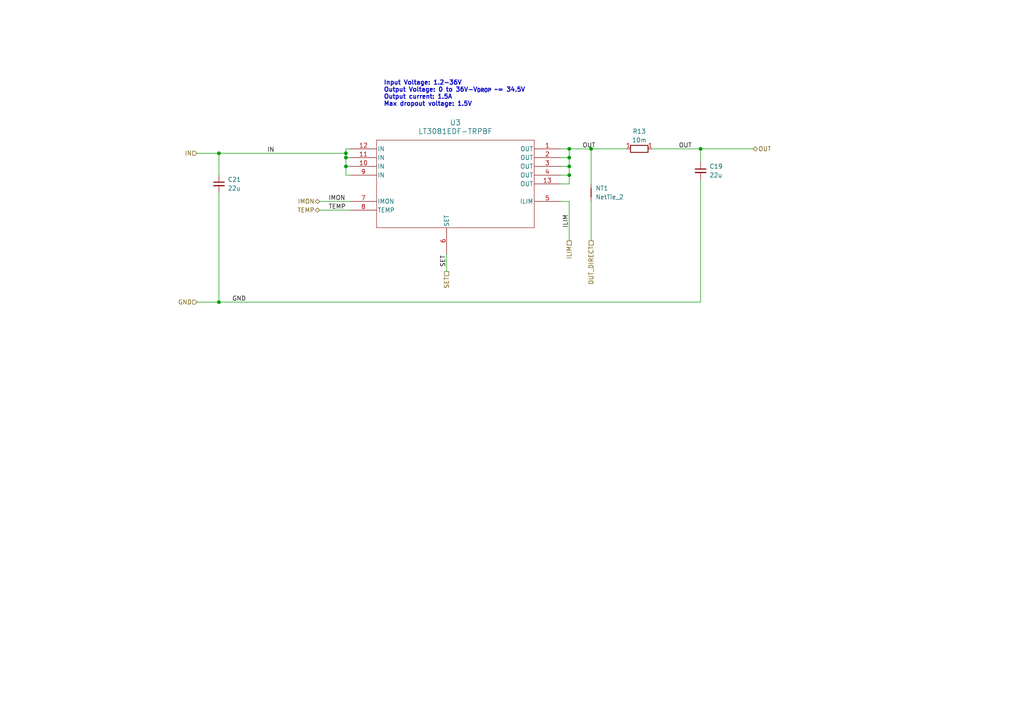
<source format=kicad_sch>
(kicad_sch (version 20250114) (generator "eeschema") (generator_version "9.0")
  (paper "A4")
  (lib_symbols
    (symbol "10mOhm_Resistor_1_1"
      (property "Reference" "R" (at -2.794 0 0))
      (property "Value" "10m" (at 0 0 0))
      (symbol "10mOhm_Resistor_1_1_0_1"
        (rectangle (start -1.016 -2.54) (end 1.016 2.54) (stroke (width 0.254)))
      )
      (symbol "10mOhm_Resistor_1_1_1_1"
        (pin passive line (at 0 3.81 270) (length 1.27) (name "~") (number "1"))
        (pin passive line (at 0 -3.81 90) (length 1.27) (name "~") (number "1"))
      )
    )
    (symbol "10mOhm_Resistor_1_1_1"
      (property "Reference" "R" (at -2.794 0 0))
      (property "Value" "10m" (at 0 0 0))
      (symbol "10mOhm_Resistor_1_1_1_0_1"
        (rectangle (start -1.016 -2.54) (end 1.016 2.54) (stroke (width 0.254)))
      )
      (symbol "10mOhm_Resistor_1_1_1_1_1"
        (pin passive line (at 0 3.81 270) (length 1.27) (name "~") (number "1"))
        (pin passive line (at 0 -3.81 90) (length 1.27) (name "~") (number "1"))
      )
    )
    (symbol "Library:C_Small" (pin_numbers (hide yes)) (pin_names (offset 0.254) (hide yes))
      (property "Reference" "C" (at 0.254 1.778 0))
      (property "Value" "C_Small" (at 0.254 -2.032 0))
      (symbol "C_Small_0_1"
        (polyline (pts (xy -1.524 0.508) (xy 1.524 0.508)) (stroke (width 0.3048)))
        (polyline (pts (xy -1.524 -0.508) (xy 1.524 -0.508)) (stroke (width 0.3302)))
      )
      (symbol "C_Small_1_1"
        (pin passive line (at 0 2.54 270) (length 2.032) (name "~") (number "1"))
        (pin passive line (at 0 -2.54 90) (length 2.032) (name "~") (number "2"))
      )
    )
    (symbol "Library:LT3081EDF-TRPBF" (pin_names (offset 0.254))
      (property "Reference" "U" (at 30.48 10.16 0))
      (property "Value" "LT3081EDF-TRPBF" (at 30.48 7.62 0))
      (symbol "LT3081EDF-TRPBF_0_1"
        (polyline (pts (xy 7.62 5.08) (xy 7.62 -20.32)) (stroke (width 0.127)))
        (polyline (pts (xy 7.62 -20.32) (xy 53.34 -20.32)) (stroke (width 0.127)))
        (polyline (pts (xy 53.34 5.08) (xy 7.62 5.08)) (stroke (width 0.127)))
        (polyline (pts (xy 53.34 -20.32) (xy 53.34 5.08)) (stroke (width 0.127)))
      )
      (symbol "LT3081EDF-TRPBF_1_1"
        (pin power_in line (at 0 2.54 0) (length 7.62) (name "IN") (number "12"))
        (pin power_in line (at 0 0 0) (length 7.62) (name "IN") (number "11"))
        (pin power_in line (at 0 -2.54 0) (length 7.62) (name "IN") (number "10"))
        (pin power_in line (at 0 -5.08 0) (length 7.62) (name "IN") (number "9"))
        (pin passive line (at 0 -12.7 0) (length 7.62) (name "IMON") (number "7"))
        (pin passive line (at 0 -15.24 0) (length 7.62) (name "TEMP") (number "8"))
        (pin passive line (at 27.94 -27.94 90) (length 7.62) (name "SET") (number "6"))
        (pin power_out line (at 60.96 2.54 180) (length 7.62) (name "OUT") (number "1"))
        (pin passive line (at 60.96 0 180) (length 7.62) (name "OUT") (number "2"))
        (pin passive line (at 60.96 -2.54 180) (length 7.62) (name "OUT") (number "3"))
        (pin passive line (at 60.96 -5.08 180) (length 7.62) (name "OUT") (number "4"))
        (pin passive line (at 60.96 -7.62 180) (length 7.62) (name "OUT") (number "13"))
        (pin passive line (at 60.96 -12.7 180) (length 7.62) (name "ILIM") (number "5"))
      )
    )
    (symbol "Library:NetTie_2" (pin_numbers (hide yes)) (pin_names (offset 0) (hide yes)) (in_bom no)
      (property "Reference" "NT" (at 0 1.27 0))
      (property "Value" "NetTie_2" (at 0 -1.27 0))
      (symbol "NetTie_2_0_1"
        (polyline (pts (xy -1.27 0) (xy 1.27 0)) (stroke (width 0.254)))
      )
      (symbol "NetTie_2_1_1"
        (pin passive line (at -2.54 0 0) (length 2.54) (name "1") (number "1"))
        (pin passive line (at 2.54 0 180) (length 2.54) (name "2") (number "2"))
      )
    )
  )
  (text "Input Voltage: 1.2-36V\nOutput Voltage: 0 to 36V-V_{DROP} ~= 34.5V\nOutput current: 1.5A\nMax dropout voltage: 1.5V" (at 111.252 27.178 0) (effects (font (size 1.27 1.27) (thickness 0.254) (bold yes)) (justify left)))
  (junction (at 100.33 48.26))
  (junction (at 63.5 44.45))
  (junction (at 165.1 50.8))
  (junction (at 100.33 44.45))
  (junction (at 203.2 43.18))
  (junction (at 165.1 48.26))
  (junction (at 100.33 45.72))
  (junction (at 165.1 45.72))
  (junction (at 165.1 43.18))
  (junction (at 63.5 87.63))
  (junction (at 171.45 43.18))
  (wire (pts (xy 63.5 55.88) (xy 63.5 87.63)))
  (wire (pts (xy 165.1 43.18) (xy 165.1 45.72)))
  (wire (pts (xy 100.33 45.72) (xy 100.33 44.45)))
  (wire (pts (xy 203.2 87.63) (xy 203.2 52.07)))
  (wire (pts (xy 171.45 43.18) (xy 181.61 43.18)))
  (wire (pts (xy 162.56 58.42) (xy 165.1 58.42)))
  (wire (pts (xy 101.6 50.8) (xy 100.33 50.8)))
  (wire (pts (xy 92.71 60.96) (xy 101.6 60.96)))
  (wire (pts (xy 165.1 53.34) (xy 162.56 53.34)))
  (wire (pts (xy 63.5 44.45) (xy 63.5 50.8)))
  (wire (pts (xy 162.56 48.26) (xy 165.1 48.26)))
  (wire (pts (xy 100.33 48.26) (xy 100.33 45.72)))
  (wire (pts (xy 165.1 58.42) (xy 165.1 69.85)))
  (wire (pts (xy 203.2 46.99) (xy 203.2 43.18)))
  (wire (pts (xy 171.45 43.18) (xy 171.45 53.34)))
  (wire (pts (xy 100.33 48.26) (xy 101.6 48.26)))
  (wire (pts (xy 165.1 45.72) (xy 165.1 48.26)))
  (wire (pts (xy 171.45 58.42) (xy 171.45 69.85)))
  (wire (pts (xy 165.1 48.26) (xy 165.1 50.8)))
  (wire (pts (xy 162.56 50.8) (xy 165.1 50.8)))
  (wire (pts (xy 203.2 43.18) (xy 218.44 43.18)))
  (wire (pts (xy 165.1 50.8) (xy 165.1 53.34)))
  (wire (pts (xy 189.23 43.18) (xy 203.2 43.18)))
  (wire (pts (xy 100.33 50.8) (xy 100.33 48.26)))
  (wire (pts (xy 171.45 43.18) (xy 165.1 43.18)))
  (wire (pts (xy 63.5 44.45) (xy 100.33 44.45)))
  (wire (pts (xy 162.56 43.18) (xy 165.1 43.18)))
  (wire (pts (xy 63.5 87.63) (xy 203.2 87.63)))
  (wire (pts (xy 92.71 58.42) (xy 101.6 58.42)))
  (wire (pts (xy 100.33 44.45) (xy 100.33 43.18)))
  (wire (pts (xy 63.5 87.63) (xy 57.15 87.63)))
  (wire (pts (xy 100.33 43.18) (xy 101.6 43.18)))
  (wire (pts (xy 57.15 44.45) (xy 63.5 44.45)))
  (wire (pts (xy 162.56 45.72) (xy 165.1 45.72)))
  (wire (pts (xy 129.54 73.66) (xy 129.54 78.74)))
  (wire (pts (xy 100.33 45.72) (xy 101.6 45.72)))
  (label "IMON" (at 95.25 58.42 0))
  (label "TEMP" (at 95.25 60.96 0))
  (label "IN" (at 77.47 44.45 0))
  (label "ILIM" (at 165.1 66.04 90))
  (label "GND" (at 67.31 87.63 0))
  (label "SET" (at 129.54 77.47 90))
  (label "OUT" (at 168.91 43.18 0))
  (label "OUT" (at 196.85 43.18 0))
  (hierarchical_label "ILIM" (shape passive) (at 165.1 69.85 270))
  (hierarchical_label "IMON" (shape bidirectional) (at 92.71 58.42 180))
  (hierarchical_label "GND" (shape input) (at 57.15 87.63 180))
  (hierarchical_label "TEMP" (shape bidirectional) (at 92.71 60.96 180))
  (hierarchical_label "OUT" (shape bidirectional) (at 218.44 43.18 0))
  (hierarchical_label "OUT_DIRECT" (shape passive) (at 171.45 69.85 270))
  (hierarchical_label "IN" (shape input) (at 57.15 44.45 180))
  (hierarchical_label "SET" (shape passive) (at 129.54 78.74 270))
  (symbol (lib_name "10mOhm_Resistor_1_1_1") (lib_id "Library:10mOhm_Resistor_1_1") (at 185.42 43.18 90) (unit 1)
    (property "Reference" "R34" (at 185.42 38.1 90))
    (property "Value" "10m" (at 185.42 40.64 90))
    (property "Footprint" "Library:10mOhm_pcb_resistor" (effects (hide yes)))
    (instances (project "PSB_V1" (path "" (reference "R13") (unit 1)) (path "" (reference "R21") (unit 1)) (path "" (reference "R34") (unit 1)) (path "" (reference "R35") (unit 1)) (path "" (reference "R23") (unit 1)) (path "" (reference "R22") (unit 1)) (path "" (reference "R12") (unit 1))))
  )
  (symbol (lib_id "Library:C_Small") (at 63.5 53.34 0) (unit 1)
    (property "Reference" "C66" (at 66.04 52.0762 0) (effects (justify left)))
    (property "Value" "22u" (at 66.04 54.6162 0) (effects (justify left)))
    (property "Footprint" "Library:C_1210_3225Metric" (effects (hide yes)))
    (property "Description" "Unpolarized capacitor, small symbol" (effects (hide yes)))
    (property "Digikey-Nr." "1276-3387-1-ND" (effects (hide yes)))
    (property "Manufacturer" "Samsung Electro-Mechanics" (effects (hide yes)))
    (property "Manufacturer Nr." "CL32B106KBJNNNE" (effects (hide yes)))
    (property "Mouser-Nr." "187-CL32B106KBJNNNE" (effects (hide yes)))
    (property "Manufacturer-Nr." "CL32B106KBJNNNE" (effects (hide yes)))
    (instances (project "PSB_V1" (path "" (reference "C21") (unit 1)) (path "" (reference "C65") (unit 1)) (path "" (reference "C66") (unit 1)) (path "" (reference "C64") (unit 1)) (path "" (reference "C43") (unit 1)) (path "" (reference "C44") (unit 1)) (path "" (reference "C22") (unit 1))))
  )
  (symbol (lib_id "Library:NetTie_2") (at 171.45 55.88 90) (unit 1) (in_bom no)
    (property "Reference" "NT4" (at 172.72 54.6099 90) (effects (justify right)))
    (property "Value" "NetTie_2" (at 172.72 57.1499 90) (effects (justify right)))
    (property "Footprint" "Library:NetTie-2_SMD_Pad0.5mm" (effects (hide yes)))
    (property "Description" "Net tie, 2 pins" (effects (hide yes)))
    (instances (project "PSB_V1" (path "" (reference "NT1") (unit 1)) (path "" (reference "NT2") (unit 1)) (path "" (reference "NT4") (unit 1)) (path "" (reference "NT7") (unit 1)) (path "" (reference "NT3") (unit 1)) (path "" (reference "NT6") (unit 1)) (path "" (reference "NT5") (unit 1))))
  )
  (symbol (lib_id "Library:LT3081EDF-TRPBF") (at 101.6 45.72 0) (unit 1)
    (property "Reference" "U12" (at 132.08 35.56 0) (effects (font (size 1.524 1.524))))
    (property "Value" "LT3081EDF-TRPBF" (at 132.08 38.1 0) (effects (font (size 1.524 1.524))))
    (property "Footprint" "Library:DFN-12_DF_LIT" (effects (hide yes)))
    (property "Datasheet" "https://www.analog.com/media/en/technical-documentation/data-sheets/3081fc.pdf" (effects (hide yes)))
    (property "Description" "Linear Voltage Regulator IC Positive Adjustable 1 Output 1.5A 12-DFN (4x4)" (effects (hide yes)))
    (property "Digikey-Nr." "LT3081EDF#TRPBFCT-ND" (effects (hide yes)))
    (property "Manufacturer" "Analog Devices Inc." (effects (hide yes)))
    (property "Manufacturer Nr." "LT3081EDF#TRPBF" (effects (hide yes)))
    (property "Mouser-Nr." "584-LT3081EDF#TRPBF" (effects (hide yes)))
    (property "Manufacturer-Nr." "LT3081EDF#TRPBF" (effects (hide yes)))
    (instances (project "PSB_V1" (path "" (reference "U3") (unit 1)) (path "" (reference "U7") (unit 1)) (path "" (reference "U12") (unit 1)) (path "" (reference "U11") (unit 1)) (path "" (reference "U5") (unit 1)) (path "" (reference "U6") (unit 1)) (path "" (reference "U2") (unit 1))))
  )
  (symbol (lib_id "Library:C_Small") (at 203.2 49.53 0) (unit 1)
    (property "Reference" "C61" (at 205.74 48.2662 0) (effects (justify left)))
    (property "Value" "22u" (at 205.74 50.8062 0) (effects (justify left)))
    (property "Footprint" "Library:C_1210_3225Metric" (effects (hide yes)))
    (property "Description" "Unpolarized capacitor, small symbol" (effects (hide yes)))
    (property "Digikey-Nr." "1276-3387-1-ND" (effects (hide yes)))
    (property "Manufacturer" "Samsung Electro-Mechanics" (effects (hide yes)))
    (property "Manufacturer Nr." "CL32B106KBJNNNE" (effects (hide yes)))
    (property "Mouser-Nr." "187-CL32B106KBJNNNE" (effects (hide yes)))
    (property "Manufacturer-Nr." "CL32B106KBJNNNE" (effects (hide yes)))
    (instances (project "PSB_V1" (path "" (reference "C19") (unit 1)) (path "" (reference "C63") (unit 1)) (path "" (reference "C61") (unit 1)) (path "" (reference "C62") (unit 1)) (path "" (reference "C41") (unit 1)) (path "" (reference "C42") (unit 1)) (path "" (reference "C20") (unit 1))))
  )
)
</source>
